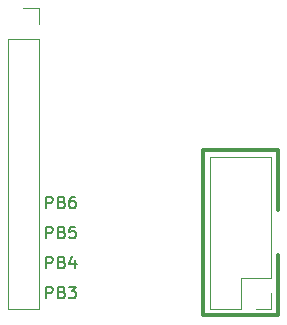
<source format=gto>
G04 #@! TF.GenerationSoftware,KiCad,Pcbnew,(5.1.5)-2*
G04 #@! TF.CreationDate,2019-12-05T22:10:54+11:00*
G04 #@! TF.ProjectId,BluePill-BitBlaster,426c7565-5069-46c6-9c2d-426974426c61,rev?*
G04 #@! TF.SameCoordinates,Original*
G04 #@! TF.FileFunction,Legend,Top*
G04 #@! TF.FilePolarity,Positive*
%FSLAX46Y46*%
G04 Gerber Fmt 4.6, Leading zero omitted, Abs format (unit mm)*
G04 Created by KiCad (PCBNEW (5.1.5)-2) date 2019-12-05 22:10:54*
%MOMM*%
%LPD*%
G04 APERTURE LIST*
%ADD10C,0.300000*%
%ADD11C,0.150000*%
%ADD12C,0.120000*%
%ADD13O,1.802000X1.802000*%
%ADD14R,1.802000X1.802000*%
G04 APERTURE END LIST*
D10*
X132715000Y-74930000D02*
X132715000Y-69850000D01*
X126365000Y-74930000D02*
X132715000Y-74930000D01*
X126365000Y-60960000D02*
X126365000Y-74930000D01*
X132715000Y-60960000D02*
X126365000Y-60960000D01*
X132715000Y-66040000D02*
X132715000Y-60960000D01*
D11*
X113061904Y-65857380D02*
X113061904Y-64857380D01*
X113442857Y-64857380D01*
X113538095Y-64905000D01*
X113585714Y-64952619D01*
X113633333Y-65047857D01*
X113633333Y-65190714D01*
X113585714Y-65285952D01*
X113538095Y-65333571D01*
X113442857Y-65381190D01*
X113061904Y-65381190D01*
X114395238Y-65333571D02*
X114538095Y-65381190D01*
X114585714Y-65428809D01*
X114633333Y-65524047D01*
X114633333Y-65666904D01*
X114585714Y-65762142D01*
X114538095Y-65809761D01*
X114442857Y-65857380D01*
X114061904Y-65857380D01*
X114061904Y-64857380D01*
X114395238Y-64857380D01*
X114490476Y-64905000D01*
X114538095Y-64952619D01*
X114585714Y-65047857D01*
X114585714Y-65143095D01*
X114538095Y-65238333D01*
X114490476Y-65285952D01*
X114395238Y-65333571D01*
X114061904Y-65333571D01*
X115490476Y-64857380D02*
X115300000Y-64857380D01*
X115204761Y-64905000D01*
X115157142Y-64952619D01*
X115061904Y-65095476D01*
X115014285Y-65285952D01*
X115014285Y-65666904D01*
X115061904Y-65762142D01*
X115109523Y-65809761D01*
X115204761Y-65857380D01*
X115395238Y-65857380D01*
X115490476Y-65809761D01*
X115538095Y-65762142D01*
X115585714Y-65666904D01*
X115585714Y-65428809D01*
X115538095Y-65333571D01*
X115490476Y-65285952D01*
X115395238Y-65238333D01*
X115204761Y-65238333D01*
X115109523Y-65285952D01*
X115061904Y-65333571D01*
X115014285Y-65428809D01*
X113061904Y-68397380D02*
X113061904Y-67397380D01*
X113442857Y-67397380D01*
X113538095Y-67445000D01*
X113585714Y-67492619D01*
X113633333Y-67587857D01*
X113633333Y-67730714D01*
X113585714Y-67825952D01*
X113538095Y-67873571D01*
X113442857Y-67921190D01*
X113061904Y-67921190D01*
X114395238Y-67873571D02*
X114538095Y-67921190D01*
X114585714Y-67968809D01*
X114633333Y-68064047D01*
X114633333Y-68206904D01*
X114585714Y-68302142D01*
X114538095Y-68349761D01*
X114442857Y-68397380D01*
X114061904Y-68397380D01*
X114061904Y-67397380D01*
X114395238Y-67397380D01*
X114490476Y-67445000D01*
X114538095Y-67492619D01*
X114585714Y-67587857D01*
X114585714Y-67683095D01*
X114538095Y-67778333D01*
X114490476Y-67825952D01*
X114395238Y-67873571D01*
X114061904Y-67873571D01*
X115538095Y-67397380D02*
X115061904Y-67397380D01*
X115014285Y-67873571D01*
X115061904Y-67825952D01*
X115157142Y-67778333D01*
X115395238Y-67778333D01*
X115490476Y-67825952D01*
X115538095Y-67873571D01*
X115585714Y-67968809D01*
X115585714Y-68206904D01*
X115538095Y-68302142D01*
X115490476Y-68349761D01*
X115395238Y-68397380D01*
X115157142Y-68397380D01*
X115061904Y-68349761D01*
X115014285Y-68302142D01*
X113061904Y-70937380D02*
X113061904Y-69937380D01*
X113442857Y-69937380D01*
X113538095Y-69985000D01*
X113585714Y-70032619D01*
X113633333Y-70127857D01*
X113633333Y-70270714D01*
X113585714Y-70365952D01*
X113538095Y-70413571D01*
X113442857Y-70461190D01*
X113061904Y-70461190D01*
X114395238Y-70413571D02*
X114538095Y-70461190D01*
X114585714Y-70508809D01*
X114633333Y-70604047D01*
X114633333Y-70746904D01*
X114585714Y-70842142D01*
X114538095Y-70889761D01*
X114442857Y-70937380D01*
X114061904Y-70937380D01*
X114061904Y-69937380D01*
X114395238Y-69937380D01*
X114490476Y-69985000D01*
X114538095Y-70032619D01*
X114585714Y-70127857D01*
X114585714Y-70223095D01*
X114538095Y-70318333D01*
X114490476Y-70365952D01*
X114395238Y-70413571D01*
X114061904Y-70413571D01*
X115490476Y-70270714D02*
X115490476Y-70937380D01*
X115252380Y-69889761D02*
X115014285Y-70604047D01*
X115633333Y-70604047D01*
X113061904Y-73477380D02*
X113061904Y-72477380D01*
X113442857Y-72477380D01*
X113538095Y-72525000D01*
X113585714Y-72572619D01*
X113633333Y-72667857D01*
X113633333Y-72810714D01*
X113585714Y-72905952D01*
X113538095Y-72953571D01*
X113442857Y-73001190D01*
X113061904Y-73001190D01*
X114395238Y-72953571D02*
X114538095Y-73001190D01*
X114585714Y-73048809D01*
X114633333Y-73144047D01*
X114633333Y-73286904D01*
X114585714Y-73382142D01*
X114538095Y-73429761D01*
X114442857Y-73477380D01*
X114061904Y-73477380D01*
X114061904Y-72477380D01*
X114395238Y-72477380D01*
X114490476Y-72525000D01*
X114538095Y-72572619D01*
X114585714Y-72667857D01*
X114585714Y-72763095D01*
X114538095Y-72858333D01*
X114490476Y-72905952D01*
X114395238Y-72953571D01*
X114061904Y-72953571D01*
X114966666Y-72477380D02*
X115585714Y-72477380D01*
X115252380Y-72858333D01*
X115395238Y-72858333D01*
X115490476Y-72905952D01*
X115538095Y-72953571D01*
X115585714Y-73048809D01*
X115585714Y-73286904D01*
X115538095Y-73382142D01*
X115490476Y-73429761D01*
X115395238Y-73477380D01*
X115109523Y-73477380D01*
X115014285Y-73429761D01*
X114966666Y-73382142D01*
D12*
X132140000Y-74355000D02*
X130810000Y-74355000D01*
X132140000Y-73025000D02*
X132140000Y-74355000D01*
X129540000Y-74355000D02*
X126940000Y-74355000D01*
X129540000Y-71755000D02*
X129540000Y-74355000D01*
X132140000Y-71755000D02*
X129540000Y-71755000D01*
X126940000Y-74355000D02*
X126940000Y-61535000D01*
X132140000Y-71755000D02*
X132140000Y-61535000D01*
X132140000Y-61535000D02*
X126940000Y-61535000D01*
X111125000Y-48895000D02*
X112455000Y-48895000D01*
X112455000Y-48895000D02*
X112455000Y-50225000D01*
X112455000Y-51495000D02*
X112455000Y-74415000D01*
X109795000Y-74415000D02*
X112455000Y-74415000D01*
X109795000Y-51495000D02*
X109795000Y-74415000D01*
X109795000Y-51495000D02*
X112455000Y-51495000D01*
%LPC*%
D13*
X128270000Y-62865000D03*
X130810000Y-62865000D03*
X128270000Y-65405000D03*
X130810000Y-65405000D03*
X128270000Y-67945000D03*
X130810000Y-67945000D03*
X128270000Y-70485000D03*
X130810000Y-70485000D03*
X128270000Y-73025000D03*
D14*
X130810000Y-73025000D03*
D13*
X111125000Y-73085000D03*
X111125000Y-70545000D03*
X111125000Y-68005000D03*
X111125000Y-65465000D03*
X111125000Y-62925000D03*
X111125000Y-60385000D03*
X111125000Y-57845000D03*
X111125000Y-55305000D03*
X111125000Y-52765000D03*
D14*
X111125000Y-50225000D03*
M02*

</source>
